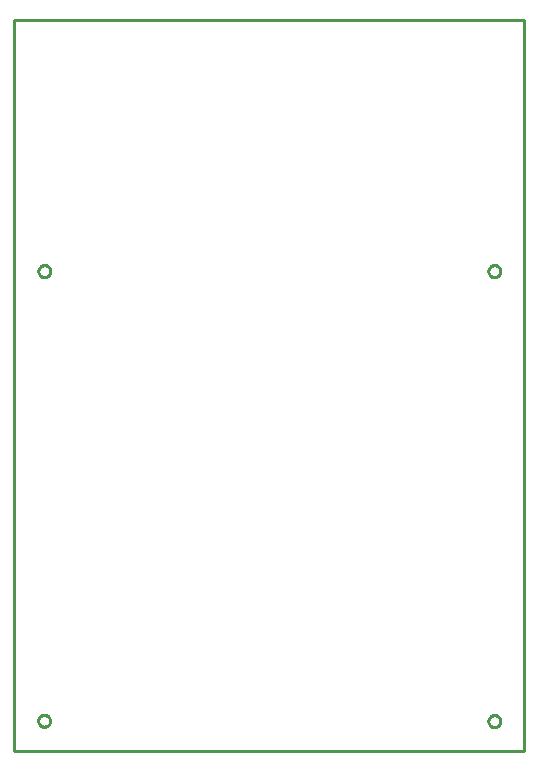
<source format=gbr>
G04 EAGLE Gerber RS-274X export*
G75*
%MOMM*%
%FSLAX34Y34*%
%LPD*%
%IN*%
%IPPOS*%
%AMOC8*
5,1,8,0,0,1.08239X$1,22.5*%
G01*
%ADD10C,0.254000*%


D10*
X50800Y-12700D02*
X482400Y-12700D01*
X482400Y606300D01*
X50800Y606300D01*
X50800Y-12700D01*
X81200Y393419D02*
X81137Y392861D01*
X81012Y392314D01*
X80827Y391784D01*
X80583Y391278D01*
X80284Y390802D01*
X79934Y390363D01*
X79537Y389966D01*
X79098Y389616D01*
X78622Y389317D01*
X78116Y389073D01*
X77586Y388888D01*
X77039Y388763D01*
X76481Y388700D01*
X75919Y388700D01*
X75361Y388763D01*
X74814Y388888D01*
X74284Y389073D01*
X73778Y389317D01*
X73302Y389616D01*
X72863Y389966D01*
X72466Y390363D01*
X72116Y390802D01*
X71817Y391278D01*
X71573Y391784D01*
X71388Y392314D01*
X71263Y392861D01*
X71200Y393419D01*
X71200Y393981D01*
X71263Y394539D01*
X71388Y395086D01*
X71573Y395616D01*
X71817Y396122D01*
X72116Y396598D01*
X72466Y397037D01*
X72863Y397434D01*
X73302Y397784D01*
X73778Y398083D01*
X74284Y398327D01*
X74814Y398512D01*
X75361Y398637D01*
X75919Y398700D01*
X76481Y398700D01*
X77039Y398637D01*
X77586Y398512D01*
X78116Y398327D01*
X78622Y398083D01*
X79098Y397784D01*
X79537Y397434D01*
X79934Y397037D01*
X80284Y396598D01*
X80583Y396122D01*
X80827Y395616D01*
X81012Y395086D01*
X81137Y394539D01*
X81200Y393981D01*
X81200Y393419D01*
X462200Y393419D02*
X462137Y392861D01*
X462012Y392314D01*
X461827Y391784D01*
X461583Y391278D01*
X461284Y390802D01*
X460934Y390363D01*
X460537Y389966D01*
X460098Y389616D01*
X459622Y389317D01*
X459116Y389073D01*
X458586Y388888D01*
X458039Y388763D01*
X457481Y388700D01*
X456919Y388700D01*
X456361Y388763D01*
X455814Y388888D01*
X455284Y389073D01*
X454778Y389317D01*
X454302Y389616D01*
X453863Y389966D01*
X453466Y390363D01*
X453116Y390802D01*
X452817Y391278D01*
X452573Y391784D01*
X452388Y392314D01*
X452263Y392861D01*
X452200Y393419D01*
X452200Y393981D01*
X452263Y394539D01*
X452388Y395086D01*
X452573Y395616D01*
X452817Y396122D01*
X453116Y396598D01*
X453466Y397037D01*
X453863Y397434D01*
X454302Y397784D01*
X454778Y398083D01*
X455284Y398327D01*
X455814Y398512D01*
X456361Y398637D01*
X456919Y398700D01*
X457481Y398700D01*
X458039Y398637D01*
X458586Y398512D01*
X459116Y398327D01*
X459622Y398083D01*
X460098Y397784D01*
X460537Y397434D01*
X460934Y397037D01*
X461284Y396598D01*
X461583Y396122D01*
X461827Y395616D01*
X462012Y395086D01*
X462137Y394539D01*
X462200Y393981D01*
X462200Y393419D01*
X462200Y12419D02*
X462137Y11861D01*
X462012Y11314D01*
X461827Y10784D01*
X461583Y10278D01*
X461284Y9802D01*
X460934Y9363D01*
X460537Y8966D01*
X460098Y8616D01*
X459622Y8317D01*
X459116Y8073D01*
X458586Y7888D01*
X458039Y7763D01*
X457481Y7700D01*
X456919Y7700D01*
X456361Y7763D01*
X455814Y7888D01*
X455284Y8073D01*
X454778Y8317D01*
X454302Y8616D01*
X453863Y8966D01*
X453466Y9363D01*
X453116Y9802D01*
X452817Y10278D01*
X452573Y10784D01*
X452388Y11314D01*
X452263Y11861D01*
X452200Y12419D01*
X452200Y12981D01*
X452263Y13539D01*
X452388Y14086D01*
X452573Y14616D01*
X452817Y15122D01*
X453116Y15598D01*
X453466Y16037D01*
X453863Y16434D01*
X454302Y16784D01*
X454778Y17083D01*
X455284Y17327D01*
X455814Y17512D01*
X456361Y17637D01*
X456919Y17700D01*
X457481Y17700D01*
X458039Y17637D01*
X458586Y17512D01*
X459116Y17327D01*
X459622Y17083D01*
X460098Y16784D01*
X460537Y16434D01*
X460934Y16037D01*
X461284Y15598D01*
X461583Y15122D01*
X461827Y14616D01*
X462012Y14086D01*
X462137Y13539D01*
X462200Y12981D01*
X462200Y12419D01*
X81000Y12719D02*
X80937Y12161D01*
X80812Y11614D01*
X80627Y11084D01*
X80383Y10578D01*
X80084Y10102D01*
X79734Y9663D01*
X79337Y9266D01*
X78898Y8916D01*
X78422Y8617D01*
X77916Y8373D01*
X77386Y8188D01*
X76839Y8063D01*
X76281Y8000D01*
X75719Y8000D01*
X75161Y8063D01*
X74614Y8188D01*
X74084Y8373D01*
X73578Y8617D01*
X73102Y8916D01*
X72663Y9266D01*
X72266Y9663D01*
X71916Y10102D01*
X71617Y10578D01*
X71373Y11084D01*
X71188Y11614D01*
X71063Y12161D01*
X71000Y12719D01*
X71000Y13281D01*
X71063Y13839D01*
X71188Y14386D01*
X71373Y14916D01*
X71617Y15422D01*
X71916Y15898D01*
X72266Y16337D01*
X72663Y16734D01*
X73102Y17084D01*
X73578Y17383D01*
X74084Y17627D01*
X74614Y17812D01*
X75161Y17937D01*
X75719Y18000D01*
X76281Y18000D01*
X76839Y17937D01*
X77386Y17812D01*
X77916Y17627D01*
X78422Y17383D01*
X78898Y17084D01*
X79337Y16734D01*
X79734Y16337D01*
X80084Y15898D01*
X80383Y15422D01*
X80627Y14916D01*
X80812Y14386D01*
X80937Y13839D01*
X81000Y13281D01*
X81000Y12719D01*
M02*

</source>
